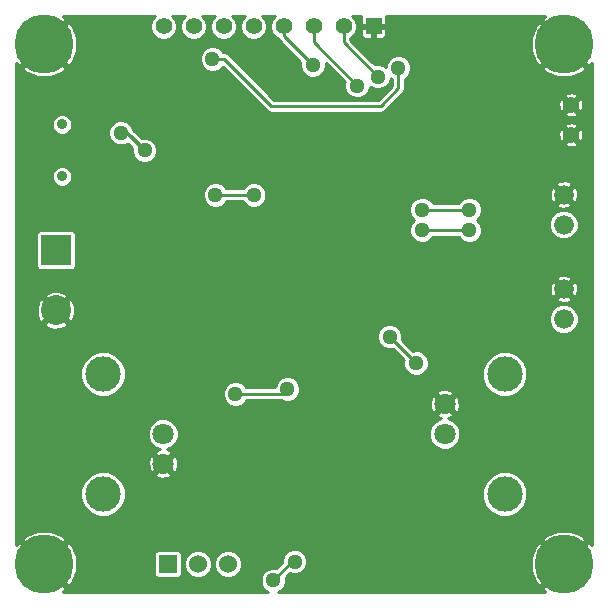
<source format=gbl>
G04 (created by PCBNEW-RS274X (2012-jan-04)-stable) date Thu 14 Jun 2012 11:36:26 AM EEST*
G01*
G70*
G90*
%MOIN*%
G04 Gerber Fmt 3.4, Leading zero omitted, Abs format*
%FSLAX34Y34*%
G04 APERTURE LIST*
%ADD10C,0.006000*%
%ADD11C,0.035400*%
%ADD12C,0.055000*%
%ADD13R,0.060000X0.060000*%
%ADD14C,0.060000*%
%ADD15R,0.100000X0.100000*%
%ADD16C,0.100000*%
%ADD17C,0.070900*%
%ADD18C,0.118100*%
%ADD19C,0.196900*%
%ADD20R,0.055000X0.055000*%
%ADD21C,0.066000*%
%ADD22C,0.051200*%
%ADD23C,0.009800*%
%ADD24C,0.011800*%
%ADD25C,0.010000*%
G04 APERTURE END LIST*
G54D10*
G54D11*
X41142Y-43228D03*
X41142Y-44960D03*
G54D12*
X58110Y-42571D03*
X58110Y-43571D03*
G54D13*
X44669Y-57874D03*
G54D14*
X45669Y-57874D03*
X46669Y-57874D03*
G54D15*
X40945Y-47425D03*
G54D16*
X40945Y-49425D03*
G54D17*
X44520Y-54543D03*
X44520Y-53543D03*
G54D18*
X42520Y-55543D03*
X42520Y-51543D03*
G54D17*
X53905Y-52543D03*
X53905Y-53543D03*
G54D18*
X55905Y-51543D03*
X55905Y-55543D03*
G54D19*
X40551Y-57874D03*
X57874Y-57874D03*
X57874Y-40551D03*
X40551Y-40551D03*
G54D20*
X51531Y-39961D03*
G54D12*
X50531Y-39961D03*
X49531Y-39961D03*
X48531Y-39961D03*
X47531Y-39961D03*
X46531Y-39961D03*
X45531Y-39961D03*
X44531Y-39961D03*
G54D21*
X57874Y-49713D03*
X57874Y-48713D03*
X57874Y-46563D03*
X57874Y-45563D03*
G54D22*
X48189Y-58425D03*
X46260Y-45571D03*
X52067Y-50295D03*
X51673Y-41634D03*
X47539Y-45571D03*
X52953Y-51181D03*
X48898Y-57795D03*
X46161Y-41043D03*
X52362Y-41339D03*
X53150Y-46752D03*
X54724Y-46752D03*
X54724Y-46063D03*
X53150Y-46063D03*
X49508Y-41240D03*
X50984Y-41929D03*
X43898Y-44094D03*
X43110Y-43504D03*
X46850Y-53543D03*
X51496Y-55984D03*
X52598Y-55905D03*
X50787Y-52559D03*
X43701Y-42126D03*
X50197Y-47244D03*
X56220Y-56772D03*
X48524Y-42027D03*
X49213Y-54134D03*
X46851Y-42717D03*
X47441Y-56201D03*
X48661Y-56614D03*
X52165Y-51772D03*
X52559Y-53346D03*
X52165Y-48130D03*
X53839Y-44094D03*
X43110Y-44685D03*
X49213Y-45571D03*
X52165Y-46358D03*
X45472Y-46260D03*
X53248Y-54626D03*
X53307Y-57810D03*
X54035Y-55413D03*
X51102Y-54803D03*
X54409Y-54252D03*
X46457Y-50886D03*
X44488Y-45276D03*
X47638Y-43898D03*
X48661Y-52047D03*
X46929Y-52205D03*
G54D23*
X48189Y-58425D02*
X48819Y-57795D01*
X48819Y-57795D02*
X48898Y-57795D01*
X52067Y-50295D02*
X52953Y-51181D01*
X51673Y-41634D02*
X50531Y-40492D01*
X50531Y-40492D02*
X50531Y-39961D01*
X47539Y-45571D02*
X46260Y-45571D01*
X52362Y-42027D02*
X51771Y-42618D01*
X48130Y-42618D02*
X46555Y-41043D01*
X51771Y-42618D02*
X48130Y-42618D01*
X52362Y-41339D02*
X52362Y-42027D01*
X46555Y-41043D02*
X46161Y-41043D01*
X53150Y-46752D02*
X54724Y-46752D01*
X54724Y-46063D02*
X53150Y-46063D01*
X49508Y-41240D02*
X48531Y-40263D01*
X48531Y-40263D02*
X48531Y-39961D01*
X49531Y-40476D02*
X49531Y-39961D01*
X50984Y-41929D02*
X49531Y-40476D01*
G54D24*
X43308Y-43504D02*
X43110Y-43504D01*
X43898Y-44094D02*
X43308Y-43504D01*
G54D23*
X47441Y-56201D02*
X48248Y-56201D01*
X46850Y-55610D02*
X47441Y-56201D01*
X52598Y-55905D02*
X53543Y-55905D01*
X48248Y-56201D02*
X48661Y-56614D01*
X51279Y-54626D02*
X51102Y-54803D01*
X53248Y-54626D02*
X51279Y-54626D01*
X53543Y-55905D02*
X54035Y-55413D01*
X51496Y-55984D02*
X51575Y-55905D01*
X46850Y-53543D02*
X46850Y-55610D01*
X51575Y-55905D02*
X52598Y-55905D01*
X53307Y-57810D02*
X53307Y-57795D01*
X53248Y-54626D02*
X54035Y-55413D01*
X48661Y-52047D02*
X48503Y-52205D01*
X48503Y-52205D02*
X46929Y-52205D01*
G54D10*
G36*
X58812Y-57243D02*
X58681Y-57135D01*
X58613Y-57203D01*
X58613Y-57067D01*
X58613Y-41358D01*
X57874Y-40619D01*
X57806Y-40687D01*
X57806Y-40551D01*
X57067Y-39812D01*
X56931Y-39925D01*
X56764Y-40333D01*
X56765Y-40774D01*
X56931Y-41177D01*
X57067Y-41290D01*
X57806Y-40551D01*
X57806Y-40687D01*
X57135Y-41358D01*
X57248Y-41494D01*
X57656Y-41661D01*
X58097Y-41660D01*
X58500Y-41494D01*
X58613Y-41358D01*
X58613Y-57067D01*
X58529Y-56965D01*
X58529Y-43623D01*
X58529Y-42623D01*
X58517Y-42458D01*
X58478Y-42363D01*
X58415Y-42334D01*
X58347Y-42402D01*
X58347Y-42266D01*
X58318Y-42203D01*
X58162Y-42152D01*
X57997Y-42164D01*
X57902Y-42203D01*
X57873Y-42266D01*
X58110Y-42503D01*
X58347Y-42266D01*
X58347Y-42402D01*
X58178Y-42571D01*
X58415Y-42808D01*
X58478Y-42779D01*
X58529Y-42623D01*
X58529Y-43623D01*
X58517Y-43458D01*
X58478Y-43363D01*
X58415Y-43334D01*
X58347Y-43402D01*
X58347Y-43266D01*
X58347Y-42876D01*
X58110Y-42639D01*
X58042Y-42707D01*
X58042Y-42571D01*
X57805Y-42334D01*
X57742Y-42363D01*
X57691Y-42519D01*
X57703Y-42684D01*
X57742Y-42779D01*
X57805Y-42808D01*
X58042Y-42571D01*
X58042Y-42707D01*
X57873Y-42876D01*
X57902Y-42939D01*
X58058Y-42990D01*
X58223Y-42978D01*
X58318Y-42939D01*
X58347Y-42876D01*
X58347Y-43266D01*
X58318Y-43203D01*
X58162Y-43152D01*
X57997Y-43164D01*
X57902Y-43203D01*
X57873Y-43266D01*
X58110Y-43503D01*
X58347Y-43266D01*
X58347Y-43402D01*
X58178Y-43571D01*
X58415Y-43808D01*
X58478Y-43779D01*
X58529Y-43623D01*
X58529Y-56965D01*
X58500Y-56931D01*
X58371Y-56878D01*
X58371Y-49813D01*
X58371Y-49615D01*
X58371Y-46663D01*
X58371Y-46465D01*
X58348Y-46408D01*
X58348Y-45627D01*
X58347Y-45611D01*
X58347Y-43876D01*
X58110Y-43639D01*
X58042Y-43707D01*
X58042Y-43571D01*
X57805Y-43334D01*
X57742Y-43363D01*
X57691Y-43519D01*
X57703Y-43684D01*
X57742Y-43779D01*
X57805Y-43808D01*
X58042Y-43571D01*
X58042Y-43707D01*
X57873Y-43876D01*
X57902Y-43939D01*
X58058Y-43990D01*
X58223Y-43978D01*
X58318Y-43939D01*
X58347Y-43876D01*
X58347Y-45611D01*
X58336Y-45441D01*
X58287Y-45323D01*
X58218Y-45287D01*
X58150Y-45355D01*
X58150Y-45219D01*
X58114Y-45150D01*
X57938Y-45089D01*
X57752Y-45101D01*
X57634Y-45150D01*
X57598Y-45219D01*
X57874Y-45495D01*
X58150Y-45219D01*
X58150Y-45355D01*
X57942Y-45563D01*
X58218Y-45839D01*
X58287Y-45803D01*
X58348Y-45627D01*
X58348Y-46408D01*
X58296Y-46282D01*
X58156Y-46142D01*
X58150Y-46139D01*
X58150Y-45907D01*
X57874Y-45631D01*
X57806Y-45699D01*
X57806Y-45563D01*
X57530Y-45287D01*
X57461Y-45323D01*
X57400Y-45499D01*
X57412Y-45685D01*
X57461Y-45803D01*
X57530Y-45839D01*
X57806Y-45563D01*
X57806Y-45699D01*
X57598Y-45907D01*
X57634Y-45976D01*
X57810Y-46037D01*
X57996Y-46025D01*
X58114Y-45976D01*
X58150Y-45907D01*
X58150Y-46139D01*
X57974Y-46066D01*
X57776Y-46066D01*
X57593Y-46141D01*
X57453Y-46281D01*
X57377Y-46463D01*
X57377Y-46661D01*
X57452Y-46844D01*
X57592Y-46984D01*
X57774Y-47060D01*
X57972Y-47060D01*
X58155Y-46985D01*
X58295Y-46845D01*
X58371Y-46663D01*
X58371Y-49615D01*
X58348Y-49558D01*
X58348Y-48777D01*
X58336Y-48591D01*
X58287Y-48473D01*
X58218Y-48437D01*
X58150Y-48505D01*
X58150Y-48369D01*
X58114Y-48300D01*
X57938Y-48239D01*
X57752Y-48251D01*
X57634Y-48300D01*
X57598Y-48369D01*
X57874Y-48645D01*
X58150Y-48369D01*
X58150Y-48505D01*
X57942Y-48713D01*
X58218Y-48989D01*
X58287Y-48953D01*
X58348Y-48777D01*
X58348Y-49558D01*
X58296Y-49432D01*
X58156Y-49292D01*
X58150Y-49289D01*
X58150Y-49057D01*
X57874Y-48781D01*
X57806Y-48849D01*
X57806Y-48713D01*
X57530Y-48437D01*
X57461Y-48473D01*
X57400Y-48649D01*
X57412Y-48835D01*
X57461Y-48953D01*
X57530Y-48989D01*
X57806Y-48713D01*
X57806Y-48849D01*
X57598Y-49057D01*
X57634Y-49126D01*
X57810Y-49187D01*
X57996Y-49175D01*
X58114Y-49126D01*
X58150Y-49057D01*
X58150Y-49289D01*
X57974Y-49216D01*
X57776Y-49216D01*
X57593Y-49291D01*
X57453Y-49431D01*
X57377Y-49613D01*
X57377Y-49811D01*
X57452Y-49994D01*
X57592Y-50134D01*
X57774Y-50210D01*
X57972Y-50210D01*
X58155Y-50135D01*
X58295Y-49995D01*
X58371Y-49813D01*
X58371Y-56878D01*
X58092Y-56764D01*
X57651Y-56765D01*
X57248Y-56931D01*
X57135Y-57067D01*
X57874Y-57806D01*
X58613Y-57067D01*
X58613Y-57203D01*
X57977Y-57839D01*
X57942Y-57874D01*
X57874Y-57942D01*
X57839Y-57977D01*
X57806Y-58010D01*
X57806Y-57874D01*
X57067Y-57135D01*
X56931Y-57248D01*
X56764Y-57656D01*
X56765Y-58097D01*
X56931Y-58500D01*
X57067Y-58613D01*
X57806Y-57874D01*
X57806Y-58010D01*
X57135Y-58681D01*
X57243Y-58812D01*
X56662Y-58812D01*
X56662Y-55694D01*
X56662Y-55393D01*
X56662Y-51694D01*
X56662Y-51393D01*
X56547Y-51115D01*
X56334Y-50902D01*
X56056Y-50786D01*
X55755Y-50786D01*
X55477Y-50901D01*
X55264Y-51114D01*
X55148Y-51392D01*
X55148Y-46837D01*
X55148Y-46668D01*
X55084Y-46512D01*
X54978Y-46407D01*
X55083Y-46303D01*
X55148Y-46148D01*
X55148Y-45979D01*
X55084Y-45823D01*
X54964Y-45704D01*
X54809Y-45639D01*
X54640Y-45639D01*
X54484Y-45703D01*
X54365Y-45823D01*
X54355Y-45846D01*
X53519Y-45846D01*
X53510Y-45823D01*
X53390Y-45704D01*
X53235Y-45639D01*
X53066Y-45639D01*
X52910Y-45703D01*
X52791Y-45823D01*
X52726Y-45978D01*
X52726Y-46147D01*
X52790Y-46303D01*
X52895Y-46407D01*
X52791Y-46512D01*
X52726Y-46667D01*
X52726Y-46836D01*
X52790Y-46992D01*
X52910Y-47111D01*
X53065Y-47176D01*
X53234Y-47176D01*
X53390Y-47112D01*
X53509Y-46992D01*
X53518Y-46969D01*
X54354Y-46969D01*
X54364Y-46992D01*
X54484Y-47111D01*
X54639Y-47176D01*
X54808Y-47176D01*
X54964Y-47112D01*
X55083Y-46992D01*
X55148Y-46837D01*
X55148Y-51392D01*
X55148Y-51693D01*
X55263Y-51971D01*
X55476Y-52184D01*
X55754Y-52300D01*
X56055Y-52300D01*
X56333Y-52185D01*
X56546Y-51972D01*
X56662Y-51694D01*
X56662Y-55393D01*
X56547Y-55115D01*
X56334Y-54902D01*
X56056Y-54786D01*
X55755Y-54786D01*
X55477Y-54901D01*
X55264Y-55114D01*
X55148Y-55392D01*
X55148Y-55693D01*
X55263Y-55971D01*
X55476Y-56184D01*
X55754Y-56300D01*
X56055Y-56300D01*
X56333Y-56185D01*
X56546Y-55972D01*
X56662Y-55694D01*
X56662Y-58812D01*
X54427Y-58812D01*
X54427Y-53648D01*
X54427Y-53440D01*
X54401Y-53376D01*
X54401Y-52613D01*
X54389Y-52418D01*
X54336Y-52288D01*
X54266Y-52250D01*
X54198Y-52318D01*
X54198Y-52182D01*
X54160Y-52112D01*
X53975Y-52047D01*
X53780Y-52059D01*
X53650Y-52112D01*
X53612Y-52182D01*
X53905Y-52475D01*
X54198Y-52182D01*
X54198Y-52318D01*
X53973Y-52543D01*
X54266Y-52836D01*
X54336Y-52798D01*
X54401Y-52613D01*
X54401Y-53376D01*
X54348Y-53248D01*
X54201Y-53101D01*
X54025Y-53027D01*
X54030Y-53027D01*
X54160Y-52974D01*
X54198Y-52904D01*
X53905Y-52611D01*
X53837Y-52679D01*
X53837Y-52543D01*
X53544Y-52250D01*
X53474Y-52288D01*
X53409Y-52473D01*
X53421Y-52668D01*
X53474Y-52798D01*
X53544Y-52836D01*
X53837Y-52543D01*
X53837Y-52679D01*
X53612Y-52904D01*
X53650Y-52974D01*
X53793Y-53024D01*
X53610Y-53100D01*
X53463Y-53247D01*
X53383Y-53438D01*
X53383Y-53646D01*
X53462Y-53838D01*
X53609Y-53985D01*
X53800Y-54065D01*
X54008Y-54065D01*
X54200Y-53986D01*
X54347Y-53839D01*
X54427Y-53648D01*
X54427Y-58812D01*
X53377Y-58812D01*
X53377Y-51266D01*
X53377Y-51097D01*
X53313Y-50941D01*
X53193Y-50822D01*
X53038Y-50757D01*
X52869Y-50757D01*
X52845Y-50766D01*
X52481Y-50403D01*
X52491Y-50380D01*
X52491Y-50211D01*
X52427Y-50055D01*
X52307Y-49936D01*
X52152Y-49871D01*
X51983Y-49871D01*
X51827Y-49935D01*
X51708Y-50055D01*
X51643Y-50210D01*
X51643Y-50379D01*
X51707Y-50535D01*
X51827Y-50654D01*
X51982Y-50719D01*
X52151Y-50719D01*
X52174Y-50709D01*
X52538Y-51073D01*
X52529Y-51096D01*
X52529Y-51265D01*
X52593Y-51421D01*
X52713Y-51540D01*
X52868Y-51605D01*
X53037Y-51605D01*
X53193Y-51541D01*
X53312Y-51421D01*
X53377Y-51266D01*
X53377Y-58812D01*
X48363Y-58812D01*
X48429Y-58785D01*
X48548Y-58665D01*
X48613Y-58510D01*
X48613Y-58341D01*
X48603Y-58317D01*
X48734Y-58186D01*
X48813Y-58219D01*
X48982Y-58219D01*
X49138Y-58155D01*
X49257Y-58035D01*
X49322Y-57880D01*
X49322Y-57711D01*
X49258Y-57555D01*
X49138Y-57436D01*
X49085Y-57413D01*
X49085Y-52132D01*
X49085Y-51963D01*
X49021Y-51807D01*
X48901Y-51688D01*
X48746Y-51623D01*
X48577Y-51623D01*
X48421Y-51687D01*
X48302Y-51807D01*
X48237Y-51962D01*
X48237Y-51988D01*
X47963Y-51988D01*
X47963Y-45656D01*
X47963Y-45487D01*
X47899Y-45331D01*
X47779Y-45212D01*
X47624Y-45147D01*
X47455Y-45147D01*
X47299Y-45211D01*
X47180Y-45331D01*
X47170Y-45354D01*
X46629Y-45354D01*
X46620Y-45331D01*
X46500Y-45212D01*
X46345Y-45147D01*
X46176Y-45147D01*
X46020Y-45211D01*
X45901Y-45331D01*
X45836Y-45486D01*
X45836Y-45655D01*
X45900Y-45811D01*
X46020Y-45930D01*
X46175Y-45995D01*
X46344Y-45995D01*
X46500Y-45931D01*
X46619Y-45811D01*
X46628Y-45788D01*
X47169Y-45788D01*
X47179Y-45811D01*
X47299Y-45930D01*
X47454Y-45995D01*
X47623Y-45995D01*
X47779Y-45931D01*
X47898Y-45811D01*
X47963Y-45656D01*
X47963Y-51988D01*
X47298Y-51988D01*
X47289Y-51965D01*
X47169Y-51846D01*
X47014Y-51781D01*
X46845Y-51781D01*
X46689Y-51845D01*
X46570Y-51965D01*
X46505Y-52120D01*
X46505Y-52289D01*
X46569Y-52445D01*
X46689Y-52564D01*
X46844Y-52629D01*
X47013Y-52629D01*
X47169Y-52565D01*
X47288Y-52445D01*
X47297Y-52422D01*
X48459Y-52422D01*
X48576Y-52471D01*
X48745Y-52471D01*
X48901Y-52407D01*
X49020Y-52287D01*
X49085Y-52132D01*
X49085Y-57413D01*
X48983Y-57371D01*
X48814Y-57371D01*
X48658Y-57435D01*
X48539Y-57555D01*
X48474Y-57710D01*
X48474Y-57833D01*
X48296Y-58010D01*
X48274Y-58001D01*
X48105Y-58001D01*
X47949Y-58065D01*
X47830Y-58185D01*
X47765Y-58340D01*
X47765Y-58509D01*
X47829Y-58665D01*
X47949Y-58784D01*
X48015Y-58812D01*
X47137Y-58812D01*
X47137Y-57967D01*
X47137Y-57781D01*
X47066Y-57609D01*
X46934Y-57477D01*
X46762Y-57406D01*
X46576Y-57406D01*
X46404Y-57477D01*
X46272Y-57609D01*
X46201Y-57781D01*
X46201Y-57967D01*
X46272Y-58139D01*
X46404Y-58271D01*
X46576Y-58342D01*
X46762Y-58342D01*
X46934Y-58271D01*
X47066Y-58139D01*
X47137Y-57967D01*
X47137Y-58812D01*
X46137Y-58812D01*
X46137Y-57967D01*
X46137Y-57781D01*
X46066Y-57609D01*
X45934Y-57477D01*
X45762Y-57406D01*
X45576Y-57406D01*
X45404Y-57477D01*
X45272Y-57609D01*
X45201Y-57781D01*
X45201Y-57967D01*
X45272Y-58139D01*
X45404Y-58271D01*
X45576Y-58342D01*
X45762Y-58342D01*
X45934Y-58271D01*
X46066Y-58139D01*
X46137Y-57967D01*
X46137Y-58812D01*
X45137Y-58812D01*
X45137Y-58208D01*
X45137Y-58141D01*
X45137Y-57541D01*
X45112Y-57479D01*
X45064Y-57432D01*
X45042Y-57422D01*
X45042Y-53648D01*
X45042Y-53440D01*
X44963Y-53248D01*
X44816Y-53101D01*
X44625Y-53021D01*
X44417Y-53021D01*
X44322Y-53060D01*
X44322Y-44179D01*
X44322Y-44010D01*
X44258Y-43854D01*
X44138Y-43735D01*
X43983Y-43670D01*
X43814Y-43670D01*
X43800Y-43675D01*
X43525Y-43399D01*
X43470Y-43264D01*
X43350Y-43145D01*
X43195Y-43080D01*
X43026Y-43080D01*
X42870Y-43144D01*
X42751Y-43264D01*
X42686Y-43419D01*
X42686Y-43588D01*
X42750Y-43744D01*
X42870Y-43863D01*
X43025Y-43928D01*
X43194Y-43928D01*
X43347Y-43865D01*
X43479Y-43996D01*
X43474Y-44009D01*
X43474Y-44178D01*
X43538Y-44334D01*
X43658Y-44453D01*
X43813Y-44518D01*
X43982Y-44518D01*
X44138Y-44454D01*
X44257Y-44334D01*
X44322Y-44179D01*
X44322Y-53060D01*
X44225Y-53100D01*
X44078Y-53247D01*
X43998Y-53438D01*
X43998Y-53646D01*
X44077Y-53838D01*
X44224Y-53985D01*
X44399Y-54058D01*
X44395Y-54059D01*
X44265Y-54112D01*
X44227Y-54182D01*
X44520Y-54475D01*
X44813Y-54182D01*
X44775Y-54112D01*
X44631Y-54061D01*
X44815Y-53986D01*
X44962Y-53839D01*
X45042Y-53648D01*
X45042Y-57422D01*
X45016Y-57411D01*
X45016Y-54613D01*
X45004Y-54418D01*
X44951Y-54288D01*
X44881Y-54250D01*
X44588Y-54543D01*
X44881Y-54836D01*
X44951Y-54798D01*
X45016Y-54613D01*
X45016Y-57411D01*
X45003Y-57406D01*
X44936Y-57406D01*
X44813Y-57406D01*
X44813Y-54904D01*
X44520Y-54611D01*
X44452Y-54679D01*
X44452Y-54543D01*
X44159Y-54250D01*
X44089Y-54288D01*
X44024Y-54473D01*
X44036Y-54668D01*
X44089Y-54798D01*
X44159Y-54836D01*
X44452Y-54543D01*
X44452Y-54679D01*
X44227Y-54904D01*
X44265Y-54974D01*
X44450Y-55039D01*
X44645Y-55027D01*
X44775Y-54974D01*
X44813Y-54904D01*
X44813Y-57406D01*
X44336Y-57406D01*
X44274Y-57431D01*
X44227Y-57479D01*
X44201Y-57540D01*
X44201Y-57607D01*
X44201Y-58207D01*
X44226Y-58269D01*
X44274Y-58316D01*
X44335Y-58342D01*
X44402Y-58342D01*
X45002Y-58342D01*
X45064Y-58317D01*
X45111Y-58269D01*
X45137Y-58208D01*
X45137Y-58812D01*
X43277Y-58812D01*
X43277Y-55694D01*
X43277Y-55393D01*
X43277Y-51694D01*
X43277Y-51393D01*
X43162Y-51115D01*
X42949Y-50902D01*
X42671Y-50786D01*
X42370Y-50786D01*
X42092Y-50901D01*
X41879Y-51114D01*
X41763Y-51392D01*
X41763Y-51693D01*
X41878Y-51971D01*
X42091Y-52184D01*
X42369Y-52300D01*
X42670Y-52300D01*
X42948Y-52185D01*
X43161Y-51972D01*
X43277Y-51694D01*
X43277Y-55393D01*
X43162Y-55115D01*
X42949Y-54902D01*
X42671Y-54786D01*
X42370Y-54786D01*
X42092Y-54901D01*
X41879Y-55114D01*
X41763Y-55392D01*
X41763Y-55693D01*
X41878Y-55971D01*
X42091Y-56184D01*
X42369Y-56300D01*
X42670Y-56300D01*
X42948Y-56185D01*
X43161Y-55972D01*
X43277Y-55694D01*
X43277Y-58812D01*
X41661Y-58812D01*
X41661Y-58092D01*
X41661Y-40769D01*
X41660Y-40328D01*
X41494Y-39925D01*
X41358Y-39812D01*
X40619Y-40551D01*
X41358Y-41290D01*
X41494Y-41177D01*
X41661Y-40769D01*
X41661Y-58092D01*
X41660Y-57651D01*
X41613Y-57536D01*
X41613Y-47959D01*
X41613Y-47892D01*
X41613Y-46892D01*
X41588Y-46830D01*
X41540Y-46783D01*
X41486Y-46759D01*
X41486Y-45029D01*
X41486Y-44892D01*
X41486Y-43297D01*
X41486Y-43160D01*
X41434Y-43034D01*
X41337Y-42937D01*
X41290Y-42917D01*
X41290Y-41358D01*
X40551Y-40619D01*
X39812Y-41358D01*
X39925Y-41494D01*
X40333Y-41661D01*
X40774Y-41660D01*
X41177Y-41494D01*
X41290Y-41358D01*
X41290Y-42917D01*
X41211Y-42884D01*
X41074Y-42884D01*
X40948Y-42936D01*
X40851Y-43033D01*
X40798Y-43159D01*
X40798Y-43296D01*
X40850Y-43422D01*
X40947Y-43519D01*
X41073Y-43572D01*
X41210Y-43572D01*
X41336Y-43520D01*
X41433Y-43423D01*
X41486Y-43297D01*
X41486Y-44892D01*
X41434Y-44766D01*
X41337Y-44669D01*
X41211Y-44616D01*
X41074Y-44616D01*
X40948Y-44668D01*
X40851Y-44765D01*
X40798Y-44891D01*
X40798Y-45028D01*
X40850Y-45154D01*
X40947Y-45251D01*
X41073Y-45304D01*
X41210Y-45304D01*
X41336Y-45252D01*
X41433Y-45155D01*
X41486Y-45029D01*
X41486Y-46759D01*
X41479Y-46757D01*
X41412Y-46757D01*
X40412Y-46757D01*
X40350Y-46782D01*
X40303Y-46830D01*
X40277Y-46891D01*
X40277Y-46958D01*
X40277Y-47958D01*
X40302Y-48020D01*
X40350Y-48067D01*
X40411Y-48093D01*
X40478Y-48093D01*
X41478Y-48093D01*
X41540Y-48068D01*
X41587Y-48020D01*
X41613Y-47959D01*
X41613Y-57536D01*
X41584Y-57466D01*
X41584Y-49530D01*
X41576Y-49277D01*
X41496Y-49083D01*
X41410Y-49028D01*
X41342Y-49096D01*
X41342Y-48960D01*
X41287Y-48874D01*
X41050Y-48786D01*
X40797Y-48794D01*
X40603Y-48874D01*
X40548Y-48960D01*
X40945Y-49357D01*
X41342Y-48960D01*
X41342Y-49096D01*
X41013Y-49425D01*
X41410Y-49822D01*
X41496Y-49767D01*
X41584Y-49530D01*
X41584Y-57466D01*
X41494Y-57248D01*
X41358Y-57135D01*
X41342Y-57151D01*
X41342Y-49890D01*
X40945Y-49493D01*
X40877Y-49561D01*
X40877Y-49425D01*
X40480Y-49028D01*
X40394Y-49083D01*
X40306Y-49320D01*
X40314Y-49573D01*
X40394Y-49767D01*
X40480Y-49822D01*
X40877Y-49425D01*
X40877Y-49561D01*
X40548Y-49890D01*
X40603Y-49976D01*
X40840Y-50064D01*
X41093Y-50056D01*
X41287Y-49976D01*
X41342Y-49890D01*
X41342Y-57151D01*
X41290Y-57203D01*
X41290Y-57067D01*
X41177Y-56931D01*
X40769Y-56764D01*
X40328Y-56765D01*
X39925Y-56931D01*
X39812Y-57067D01*
X40551Y-57806D01*
X41290Y-57067D01*
X41290Y-57203D01*
X40619Y-57874D01*
X41358Y-58613D01*
X41494Y-58500D01*
X41661Y-58092D01*
X41661Y-58812D01*
X41181Y-58812D01*
X41290Y-58681D01*
X40586Y-57977D01*
X40551Y-57942D01*
X40483Y-57874D01*
X40448Y-57839D01*
X39744Y-57135D01*
X39613Y-57243D01*
X39613Y-41181D01*
X39744Y-41290D01*
X40448Y-40586D01*
X40483Y-40551D01*
X40551Y-40483D01*
X40586Y-40448D01*
X41290Y-39744D01*
X41181Y-39613D01*
X44254Y-39613D01*
X44156Y-39711D01*
X44089Y-39873D01*
X44089Y-40049D01*
X44156Y-40211D01*
X44281Y-40336D01*
X44443Y-40403D01*
X44619Y-40403D01*
X44781Y-40336D01*
X44906Y-40211D01*
X44973Y-40049D01*
X44973Y-39873D01*
X44906Y-39711D01*
X44808Y-39613D01*
X45254Y-39613D01*
X45156Y-39711D01*
X45089Y-39873D01*
X45089Y-40049D01*
X45156Y-40211D01*
X45281Y-40336D01*
X45443Y-40403D01*
X45619Y-40403D01*
X45781Y-40336D01*
X45906Y-40211D01*
X45973Y-40049D01*
X45973Y-39873D01*
X45906Y-39711D01*
X45808Y-39613D01*
X46254Y-39613D01*
X46156Y-39711D01*
X46089Y-39873D01*
X46089Y-40049D01*
X46156Y-40211D01*
X46281Y-40336D01*
X46443Y-40403D01*
X46619Y-40403D01*
X46781Y-40336D01*
X46906Y-40211D01*
X46973Y-40049D01*
X46973Y-39873D01*
X46906Y-39711D01*
X46808Y-39613D01*
X47254Y-39613D01*
X47156Y-39711D01*
X47089Y-39873D01*
X47089Y-40049D01*
X47156Y-40211D01*
X47281Y-40336D01*
X47443Y-40403D01*
X47619Y-40403D01*
X47781Y-40336D01*
X47906Y-40211D01*
X47973Y-40049D01*
X47973Y-39873D01*
X47906Y-39711D01*
X47808Y-39613D01*
X48254Y-39613D01*
X48156Y-39711D01*
X48089Y-39873D01*
X48089Y-40049D01*
X48156Y-40211D01*
X48281Y-40336D01*
X48340Y-40360D01*
X48378Y-40416D01*
X49093Y-41132D01*
X49084Y-41155D01*
X49084Y-41324D01*
X49148Y-41480D01*
X49268Y-41599D01*
X49423Y-41664D01*
X49592Y-41664D01*
X49748Y-41600D01*
X49867Y-41480D01*
X49932Y-41325D01*
X49932Y-41183D01*
X50569Y-41821D01*
X50560Y-41844D01*
X50560Y-42013D01*
X50624Y-42169D01*
X50744Y-42288D01*
X50899Y-42353D01*
X51068Y-42353D01*
X51224Y-42289D01*
X51343Y-42169D01*
X51408Y-42014D01*
X51408Y-41968D01*
X51433Y-41993D01*
X51588Y-42058D01*
X51757Y-42058D01*
X51913Y-41994D01*
X52032Y-41874D01*
X52097Y-41719D01*
X52097Y-41673D01*
X52122Y-41698D01*
X52145Y-41707D01*
X52145Y-41937D01*
X51681Y-42401D01*
X48219Y-42401D01*
X46708Y-40890D01*
X46638Y-40843D01*
X46555Y-40826D01*
X46530Y-40826D01*
X46521Y-40803D01*
X46401Y-40684D01*
X46246Y-40619D01*
X46077Y-40619D01*
X45921Y-40683D01*
X45802Y-40803D01*
X45737Y-40958D01*
X45737Y-41127D01*
X45801Y-41283D01*
X45921Y-41402D01*
X46076Y-41467D01*
X46245Y-41467D01*
X46401Y-41403D01*
X46504Y-41298D01*
X47976Y-42771D01*
X47977Y-42771D01*
X48047Y-42818D01*
X48130Y-42835D01*
X51771Y-42835D01*
X51771Y-42834D01*
X51854Y-42818D01*
X51924Y-42771D01*
X52515Y-42181D01*
X52515Y-42180D01*
X52562Y-42110D01*
X52578Y-42028D01*
X52579Y-42027D01*
X52579Y-41708D01*
X52602Y-41699D01*
X52721Y-41579D01*
X52786Y-41424D01*
X52786Y-41255D01*
X52722Y-41099D01*
X52602Y-40980D01*
X52447Y-40915D01*
X52278Y-40915D01*
X52122Y-40979D01*
X52003Y-41099D01*
X51954Y-41215D01*
X51954Y-40046D01*
X51917Y-40009D01*
X51579Y-40009D01*
X51579Y-40347D01*
X51616Y-40384D01*
X51835Y-40383D01*
X51889Y-40361D01*
X51930Y-40319D01*
X51953Y-40265D01*
X51953Y-40207D01*
X51954Y-40046D01*
X51954Y-41215D01*
X51938Y-41254D01*
X51938Y-41299D01*
X51913Y-41275D01*
X51758Y-41210D01*
X51589Y-41210D01*
X51564Y-41219D01*
X51483Y-41138D01*
X51483Y-40347D01*
X51483Y-40009D01*
X51145Y-40009D01*
X51108Y-40046D01*
X51109Y-40207D01*
X51109Y-40265D01*
X51132Y-40319D01*
X51173Y-40361D01*
X51227Y-40383D01*
X51446Y-40384D01*
X51483Y-40347D01*
X51483Y-41138D01*
X50748Y-40403D01*
X50748Y-40349D01*
X50781Y-40336D01*
X50906Y-40211D01*
X50973Y-40049D01*
X50973Y-39873D01*
X50906Y-39711D01*
X50808Y-39613D01*
X51127Y-39613D01*
X51109Y-39657D01*
X51109Y-39715D01*
X51108Y-39876D01*
X51145Y-39913D01*
X51433Y-39913D01*
X51483Y-39913D01*
X51579Y-39913D01*
X51629Y-39913D01*
X51917Y-39913D01*
X51954Y-39876D01*
X51953Y-39715D01*
X51953Y-39657D01*
X51934Y-39613D01*
X57243Y-39613D01*
X57135Y-39744D01*
X57839Y-40448D01*
X57874Y-40483D01*
X57942Y-40551D01*
X57977Y-40586D01*
X58681Y-41290D01*
X58812Y-41181D01*
X58812Y-57243D01*
X58812Y-57243D01*
G37*
G54D25*
X58812Y-57243D02*
X58681Y-57135D01*
X58613Y-57203D01*
X58613Y-57067D01*
X58613Y-41358D01*
X57874Y-40619D01*
X57806Y-40687D01*
X57806Y-40551D01*
X57067Y-39812D01*
X56931Y-39925D01*
X56764Y-40333D01*
X56765Y-40774D01*
X56931Y-41177D01*
X57067Y-41290D01*
X57806Y-40551D01*
X57806Y-40687D01*
X57135Y-41358D01*
X57248Y-41494D01*
X57656Y-41661D01*
X58097Y-41660D01*
X58500Y-41494D01*
X58613Y-41358D01*
X58613Y-57067D01*
X58529Y-56965D01*
X58529Y-43623D01*
X58529Y-42623D01*
X58517Y-42458D01*
X58478Y-42363D01*
X58415Y-42334D01*
X58347Y-42402D01*
X58347Y-42266D01*
X58318Y-42203D01*
X58162Y-42152D01*
X57997Y-42164D01*
X57902Y-42203D01*
X57873Y-42266D01*
X58110Y-42503D01*
X58347Y-42266D01*
X58347Y-42402D01*
X58178Y-42571D01*
X58415Y-42808D01*
X58478Y-42779D01*
X58529Y-42623D01*
X58529Y-43623D01*
X58517Y-43458D01*
X58478Y-43363D01*
X58415Y-43334D01*
X58347Y-43402D01*
X58347Y-43266D01*
X58347Y-42876D01*
X58110Y-42639D01*
X58042Y-42707D01*
X58042Y-42571D01*
X57805Y-42334D01*
X57742Y-42363D01*
X57691Y-42519D01*
X57703Y-42684D01*
X57742Y-42779D01*
X57805Y-42808D01*
X58042Y-42571D01*
X58042Y-42707D01*
X57873Y-42876D01*
X57902Y-42939D01*
X58058Y-42990D01*
X58223Y-42978D01*
X58318Y-42939D01*
X58347Y-42876D01*
X58347Y-43266D01*
X58318Y-43203D01*
X58162Y-43152D01*
X57997Y-43164D01*
X57902Y-43203D01*
X57873Y-43266D01*
X58110Y-43503D01*
X58347Y-43266D01*
X58347Y-43402D01*
X58178Y-43571D01*
X58415Y-43808D01*
X58478Y-43779D01*
X58529Y-43623D01*
X58529Y-56965D01*
X58500Y-56931D01*
X58371Y-56878D01*
X58371Y-49813D01*
X58371Y-49615D01*
X58371Y-46663D01*
X58371Y-46465D01*
X58348Y-46408D01*
X58348Y-45627D01*
X58347Y-45611D01*
X58347Y-43876D01*
X58110Y-43639D01*
X58042Y-43707D01*
X58042Y-43571D01*
X57805Y-43334D01*
X57742Y-43363D01*
X57691Y-43519D01*
X57703Y-43684D01*
X57742Y-43779D01*
X57805Y-43808D01*
X58042Y-43571D01*
X58042Y-43707D01*
X57873Y-43876D01*
X57902Y-43939D01*
X58058Y-43990D01*
X58223Y-43978D01*
X58318Y-43939D01*
X58347Y-43876D01*
X58347Y-45611D01*
X58336Y-45441D01*
X58287Y-45323D01*
X58218Y-45287D01*
X58150Y-45355D01*
X58150Y-45219D01*
X58114Y-45150D01*
X57938Y-45089D01*
X57752Y-45101D01*
X57634Y-45150D01*
X57598Y-45219D01*
X57874Y-45495D01*
X58150Y-45219D01*
X58150Y-45355D01*
X57942Y-45563D01*
X58218Y-45839D01*
X58287Y-45803D01*
X58348Y-45627D01*
X58348Y-46408D01*
X58296Y-46282D01*
X58156Y-46142D01*
X58150Y-46139D01*
X58150Y-45907D01*
X57874Y-45631D01*
X57806Y-45699D01*
X57806Y-45563D01*
X57530Y-45287D01*
X57461Y-45323D01*
X57400Y-45499D01*
X57412Y-45685D01*
X57461Y-45803D01*
X57530Y-45839D01*
X57806Y-45563D01*
X57806Y-45699D01*
X57598Y-45907D01*
X57634Y-45976D01*
X57810Y-46037D01*
X57996Y-46025D01*
X58114Y-45976D01*
X58150Y-45907D01*
X58150Y-46139D01*
X57974Y-46066D01*
X57776Y-46066D01*
X57593Y-46141D01*
X57453Y-46281D01*
X57377Y-46463D01*
X57377Y-46661D01*
X57452Y-46844D01*
X57592Y-46984D01*
X57774Y-47060D01*
X57972Y-47060D01*
X58155Y-46985D01*
X58295Y-46845D01*
X58371Y-46663D01*
X58371Y-49615D01*
X58348Y-49558D01*
X58348Y-48777D01*
X58336Y-48591D01*
X58287Y-48473D01*
X58218Y-48437D01*
X58150Y-48505D01*
X58150Y-48369D01*
X58114Y-48300D01*
X57938Y-48239D01*
X57752Y-48251D01*
X57634Y-48300D01*
X57598Y-48369D01*
X57874Y-48645D01*
X58150Y-48369D01*
X58150Y-48505D01*
X57942Y-48713D01*
X58218Y-48989D01*
X58287Y-48953D01*
X58348Y-48777D01*
X58348Y-49558D01*
X58296Y-49432D01*
X58156Y-49292D01*
X58150Y-49289D01*
X58150Y-49057D01*
X57874Y-48781D01*
X57806Y-48849D01*
X57806Y-48713D01*
X57530Y-48437D01*
X57461Y-48473D01*
X57400Y-48649D01*
X57412Y-48835D01*
X57461Y-48953D01*
X57530Y-48989D01*
X57806Y-48713D01*
X57806Y-48849D01*
X57598Y-49057D01*
X57634Y-49126D01*
X57810Y-49187D01*
X57996Y-49175D01*
X58114Y-49126D01*
X58150Y-49057D01*
X58150Y-49289D01*
X57974Y-49216D01*
X57776Y-49216D01*
X57593Y-49291D01*
X57453Y-49431D01*
X57377Y-49613D01*
X57377Y-49811D01*
X57452Y-49994D01*
X57592Y-50134D01*
X57774Y-50210D01*
X57972Y-50210D01*
X58155Y-50135D01*
X58295Y-49995D01*
X58371Y-49813D01*
X58371Y-56878D01*
X58092Y-56764D01*
X57651Y-56765D01*
X57248Y-56931D01*
X57135Y-57067D01*
X57874Y-57806D01*
X58613Y-57067D01*
X58613Y-57203D01*
X57977Y-57839D01*
X57942Y-57874D01*
X57874Y-57942D01*
X57839Y-57977D01*
X57806Y-58010D01*
X57806Y-57874D01*
X57067Y-57135D01*
X56931Y-57248D01*
X56764Y-57656D01*
X56765Y-58097D01*
X56931Y-58500D01*
X57067Y-58613D01*
X57806Y-57874D01*
X57806Y-58010D01*
X57135Y-58681D01*
X57243Y-58812D01*
X56662Y-58812D01*
X56662Y-55694D01*
X56662Y-55393D01*
X56662Y-51694D01*
X56662Y-51393D01*
X56547Y-51115D01*
X56334Y-50902D01*
X56056Y-50786D01*
X55755Y-50786D01*
X55477Y-50901D01*
X55264Y-51114D01*
X55148Y-51392D01*
X55148Y-46837D01*
X55148Y-46668D01*
X55084Y-46512D01*
X54978Y-46407D01*
X55083Y-46303D01*
X55148Y-46148D01*
X55148Y-45979D01*
X55084Y-45823D01*
X54964Y-45704D01*
X54809Y-45639D01*
X54640Y-45639D01*
X54484Y-45703D01*
X54365Y-45823D01*
X54355Y-45846D01*
X53519Y-45846D01*
X53510Y-45823D01*
X53390Y-45704D01*
X53235Y-45639D01*
X53066Y-45639D01*
X52910Y-45703D01*
X52791Y-45823D01*
X52726Y-45978D01*
X52726Y-46147D01*
X52790Y-46303D01*
X52895Y-46407D01*
X52791Y-46512D01*
X52726Y-46667D01*
X52726Y-46836D01*
X52790Y-46992D01*
X52910Y-47111D01*
X53065Y-47176D01*
X53234Y-47176D01*
X53390Y-47112D01*
X53509Y-46992D01*
X53518Y-46969D01*
X54354Y-46969D01*
X54364Y-46992D01*
X54484Y-47111D01*
X54639Y-47176D01*
X54808Y-47176D01*
X54964Y-47112D01*
X55083Y-46992D01*
X55148Y-46837D01*
X55148Y-51392D01*
X55148Y-51693D01*
X55263Y-51971D01*
X55476Y-52184D01*
X55754Y-52300D01*
X56055Y-52300D01*
X56333Y-52185D01*
X56546Y-51972D01*
X56662Y-51694D01*
X56662Y-55393D01*
X56547Y-55115D01*
X56334Y-54902D01*
X56056Y-54786D01*
X55755Y-54786D01*
X55477Y-54901D01*
X55264Y-55114D01*
X55148Y-55392D01*
X55148Y-55693D01*
X55263Y-55971D01*
X55476Y-56184D01*
X55754Y-56300D01*
X56055Y-56300D01*
X56333Y-56185D01*
X56546Y-55972D01*
X56662Y-55694D01*
X56662Y-58812D01*
X54427Y-58812D01*
X54427Y-53648D01*
X54427Y-53440D01*
X54401Y-53376D01*
X54401Y-52613D01*
X54389Y-52418D01*
X54336Y-52288D01*
X54266Y-52250D01*
X54198Y-52318D01*
X54198Y-52182D01*
X54160Y-52112D01*
X53975Y-52047D01*
X53780Y-52059D01*
X53650Y-52112D01*
X53612Y-52182D01*
X53905Y-52475D01*
X54198Y-52182D01*
X54198Y-52318D01*
X53973Y-52543D01*
X54266Y-52836D01*
X54336Y-52798D01*
X54401Y-52613D01*
X54401Y-53376D01*
X54348Y-53248D01*
X54201Y-53101D01*
X54025Y-53027D01*
X54030Y-53027D01*
X54160Y-52974D01*
X54198Y-52904D01*
X53905Y-52611D01*
X53837Y-52679D01*
X53837Y-52543D01*
X53544Y-52250D01*
X53474Y-52288D01*
X53409Y-52473D01*
X53421Y-52668D01*
X53474Y-52798D01*
X53544Y-52836D01*
X53837Y-52543D01*
X53837Y-52679D01*
X53612Y-52904D01*
X53650Y-52974D01*
X53793Y-53024D01*
X53610Y-53100D01*
X53463Y-53247D01*
X53383Y-53438D01*
X53383Y-53646D01*
X53462Y-53838D01*
X53609Y-53985D01*
X53800Y-54065D01*
X54008Y-54065D01*
X54200Y-53986D01*
X54347Y-53839D01*
X54427Y-53648D01*
X54427Y-58812D01*
X53377Y-58812D01*
X53377Y-51266D01*
X53377Y-51097D01*
X53313Y-50941D01*
X53193Y-50822D01*
X53038Y-50757D01*
X52869Y-50757D01*
X52845Y-50766D01*
X52481Y-50403D01*
X52491Y-50380D01*
X52491Y-50211D01*
X52427Y-50055D01*
X52307Y-49936D01*
X52152Y-49871D01*
X51983Y-49871D01*
X51827Y-49935D01*
X51708Y-50055D01*
X51643Y-50210D01*
X51643Y-50379D01*
X51707Y-50535D01*
X51827Y-50654D01*
X51982Y-50719D01*
X52151Y-50719D01*
X52174Y-50709D01*
X52538Y-51073D01*
X52529Y-51096D01*
X52529Y-51265D01*
X52593Y-51421D01*
X52713Y-51540D01*
X52868Y-51605D01*
X53037Y-51605D01*
X53193Y-51541D01*
X53312Y-51421D01*
X53377Y-51266D01*
X53377Y-58812D01*
X48363Y-58812D01*
X48429Y-58785D01*
X48548Y-58665D01*
X48613Y-58510D01*
X48613Y-58341D01*
X48603Y-58317D01*
X48734Y-58186D01*
X48813Y-58219D01*
X48982Y-58219D01*
X49138Y-58155D01*
X49257Y-58035D01*
X49322Y-57880D01*
X49322Y-57711D01*
X49258Y-57555D01*
X49138Y-57436D01*
X49085Y-57413D01*
X49085Y-52132D01*
X49085Y-51963D01*
X49021Y-51807D01*
X48901Y-51688D01*
X48746Y-51623D01*
X48577Y-51623D01*
X48421Y-51687D01*
X48302Y-51807D01*
X48237Y-51962D01*
X48237Y-51988D01*
X47963Y-51988D01*
X47963Y-45656D01*
X47963Y-45487D01*
X47899Y-45331D01*
X47779Y-45212D01*
X47624Y-45147D01*
X47455Y-45147D01*
X47299Y-45211D01*
X47180Y-45331D01*
X47170Y-45354D01*
X46629Y-45354D01*
X46620Y-45331D01*
X46500Y-45212D01*
X46345Y-45147D01*
X46176Y-45147D01*
X46020Y-45211D01*
X45901Y-45331D01*
X45836Y-45486D01*
X45836Y-45655D01*
X45900Y-45811D01*
X46020Y-45930D01*
X46175Y-45995D01*
X46344Y-45995D01*
X46500Y-45931D01*
X46619Y-45811D01*
X46628Y-45788D01*
X47169Y-45788D01*
X47179Y-45811D01*
X47299Y-45930D01*
X47454Y-45995D01*
X47623Y-45995D01*
X47779Y-45931D01*
X47898Y-45811D01*
X47963Y-45656D01*
X47963Y-51988D01*
X47298Y-51988D01*
X47289Y-51965D01*
X47169Y-51846D01*
X47014Y-51781D01*
X46845Y-51781D01*
X46689Y-51845D01*
X46570Y-51965D01*
X46505Y-52120D01*
X46505Y-52289D01*
X46569Y-52445D01*
X46689Y-52564D01*
X46844Y-52629D01*
X47013Y-52629D01*
X47169Y-52565D01*
X47288Y-52445D01*
X47297Y-52422D01*
X48459Y-52422D01*
X48576Y-52471D01*
X48745Y-52471D01*
X48901Y-52407D01*
X49020Y-52287D01*
X49085Y-52132D01*
X49085Y-57413D01*
X48983Y-57371D01*
X48814Y-57371D01*
X48658Y-57435D01*
X48539Y-57555D01*
X48474Y-57710D01*
X48474Y-57833D01*
X48296Y-58010D01*
X48274Y-58001D01*
X48105Y-58001D01*
X47949Y-58065D01*
X47830Y-58185D01*
X47765Y-58340D01*
X47765Y-58509D01*
X47829Y-58665D01*
X47949Y-58784D01*
X48015Y-58812D01*
X47137Y-58812D01*
X47137Y-57967D01*
X47137Y-57781D01*
X47066Y-57609D01*
X46934Y-57477D01*
X46762Y-57406D01*
X46576Y-57406D01*
X46404Y-57477D01*
X46272Y-57609D01*
X46201Y-57781D01*
X46201Y-57967D01*
X46272Y-58139D01*
X46404Y-58271D01*
X46576Y-58342D01*
X46762Y-58342D01*
X46934Y-58271D01*
X47066Y-58139D01*
X47137Y-57967D01*
X47137Y-58812D01*
X46137Y-58812D01*
X46137Y-57967D01*
X46137Y-57781D01*
X46066Y-57609D01*
X45934Y-57477D01*
X45762Y-57406D01*
X45576Y-57406D01*
X45404Y-57477D01*
X45272Y-57609D01*
X45201Y-57781D01*
X45201Y-57967D01*
X45272Y-58139D01*
X45404Y-58271D01*
X45576Y-58342D01*
X45762Y-58342D01*
X45934Y-58271D01*
X46066Y-58139D01*
X46137Y-57967D01*
X46137Y-58812D01*
X45137Y-58812D01*
X45137Y-58208D01*
X45137Y-58141D01*
X45137Y-57541D01*
X45112Y-57479D01*
X45064Y-57432D01*
X45042Y-57422D01*
X45042Y-53648D01*
X45042Y-53440D01*
X44963Y-53248D01*
X44816Y-53101D01*
X44625Y-53021D01*
X44417Y-53021D01*
X44322Y-53060D01*
X44322Y-44179D01*
X44322Y-44010D01*
X44258Y-43854D01*
X44138Y-43735D01*
X43983Y-43670D01*
X43814Y-43670D01*
X43800Y-43675D01*
X43525Y-43399D01*
X43470Y-43264D01*
X43350Y-43145D01*
X43195Y-43080D01*
X43026Y-43080D01*
X42870Y-43144D01*
X42751Y-43264D01*
X42686Y-43419D01*
X42686Y-43588D01*
X42750Y-43744D01*
X42870Y-43863D01*
X43025Y-43928D01*
X43194Y-43928D01*
X43347Y-43865D01*
X43479Y-43996D01*
X43474Y-44009D01*
X43474Y-44178D01*
X43538Y-44334D01*
X43658Y-44453D01*
X43813Y-44518D01*
X43982Y-44518D01*
X44138Y-44454D01*
X44257Y-44334D01*
X44322Y-44179D01*
X44322Y-53060D01*
X44225Y-53100D01*
X44078Y-53247D01*
X43998Y-53438D01*
X43998Y-53646D01*
X44077Y-53838D01*
X44224Y-53985D01*
X44399Y-54058D01*
X44395Y-54059D01*
X44265Y-54112D01*
X44227Y-54182D01*
X44520Y-54475D01*
X44813Y-54182D01*
X44775Y-54112D01*
X44631Y-54061D01*
X44815Y-53986D01*
X44962Y-53839D01*
X45042Y-53648D01*
X45042Y-57422D01*
X45016Y-57411D01*
X45016Y-54613D01*
X45004Y-54418D01*
X44951Y-54288D01*
X44881Y-54250D01*
X44588Y-54543D01*
X44881Y-54836D01*
X44951Y-54798D01*
X45016Y-54613D01*
X45016Y-57411D01*
X45003Y-57406D01*
X44936Y-57406D01*
X44813Y-57406D01*
X44813Y-54904D01*
X44520Y-54611D01*
X44452Y-54679D01*
X44452Y-54543D01*
X44159Y-54250D01*
X44089Y-54288D01*
X44024Y-54473D01*
X44036Y-54668D01*
X44089Y-54798D01*
X44159Y-54836D01*
X44452Y-54543D01*
X44452Y-54679D01*
X44227Y-54904D01*
X44265Y-54974D01*
X44450Y-55039D01*
X44645Y-55027D01*
X44775Y-54974D01*
X44813Y-54904D01*
X44813Y-57406D01*
X44336Y-57406D01*
X44274Y-57431D01*
X44227Y-57479D01*
X44201Y-57540D01*
X44201Y-57607D01*
X44201Y-58207D01*
X44226Y-58269D01*
X44274Y-58316D01*
X44335Y-58342D01*
X44402Y-58342D01*
X45002Y-58342D01*
X45064Y-58317D01*
X45111Y-58269D01*
X45137Y-58208D01*
X45137Y-58812D01*
X43277Y-58812D01*
X43277Y-55694D01*
X43277Y-55393D01*
X43277Y-51694D01*
X43277Y-51393D01*
X43162Y-51115D01*
X42949Y-50902D01*
X42671Y-50786D01*
X42370Y-50786D01*
X42092Y-50901D01*
X41879Y-51114D01*
X41763Y-51392D01*
X41763Y-51693D01*
X41878Y-51971D01*
X42091Y-52184D01*
X42369Y-52300D01*
X42670Y-52300D01*
X42948Y-52185D01*
X43161Y-51972D01*
X43277Y-51694D01*
X43277Y-55393D01*
X43162Y-55115D01*
X42949Y-54902D01*
X42671Y-54786D01*
X42370Y-54786D01*
X42092Y-54901D01*
X41879Y-55114D01*
X41763Y-55392D01*
X41763Y-55693D01*
X41878Y-55971D01*
X42091Y-56184D01*
X42369Y-56300D01*
X42670Y-56300D01*
X42948Y-56185D01*
X43161Y-55972D01*
X43277Y-55694D01*
X43277Y-58812D01*
X41661Y-58812D01*
X41661Y-58092D01*
X41661Y-40769D01*
X41660Y-40328D01*
X41494Y-39925D01*
X41358Y-39812D01*
X40619Y-40551D01*
X41358Y-41290D01*
X41494Y-41177D01*
X41661Y-40769D01*
X41661Y-58092D01*
X41660Y-57651D01*
X41613Y-57536D01*
X41613Y-47959D01*
X41613Y-47892D01*
X41613Y-46892D01*
X41588Y-46830D01*
X41540Y-46783D01*
X41486Y-46759D01*
X41486Y-45029D01*
X41486Y-44892D01*
X41486Y-43297D01*
X41486Y-43160D01*
X41434Y-43034D01*
X41337Y-42937D01*
X41290Y-42917D01*
X41290Y-41358D01*
X40551Y-40619D01*
X39812Y-41358D01*
X39925Y-41494D01*
X40333Y-41661D01*
X40774Y-41660D01*
X41177Y-41494D01*
X41290Y-41358D01*
X41290Y-42917D01*
X41211Y-42884D01*
X41074Y-42884D01*
X40948Y-42936D01*
X40851Y-43033D01*
X40798Y-43159D01*
X40798Y-43296D01*
X40850Y-43422D01*
X40947Y-43519D01*
X41073Y-43572D01*
X41210Y-43572D01*
X41336Y-43520D01*
X41433Y-43423D01*
X41486Y-43297D01*
X41486Y-44892D01*
X41434Y-44766D01*
X41337Y-44669D01*
X41211Y-44616D01*
X41074Y-44616D01*
X40948Y-44668D01*
X40851Y-44765D01*
X40798Y-44891D01*
X40798Y-45028D01*
X40850Y-45154D01*
X40947Y-45251D01*
X41073Y-45304D01*
X41210Y-45304D01*
X41336Y-45252D01*
X41433Y-45155D01*
X41486Y-45029D01*
X41486Y-46759D01*
X41479Y-46757D01*
X41412Y-46757D01*
X40412Y-46757D01*
X40350Y-46782D01*
X40303Y-46830D01*
X40277Y-46891D01*
X40277Y-46958D01*
X40277Y-47958D01*
X40302Y-48020D01*
X40350Y-48067D01*
X40411Y-48093D01*
X40478Y-48093D01*
X41478Y-48093D01*
X41540Y-48068D01*
X41587Y-48020D01*
X41613Y-47959D01*
X41613Y-57536D01*
X41584Y-57466D01*
X41584Y-49530D01*
X41576Y-49277D01*
X41496Y-49083D01*
X41410Y-49028D01*
X41342Y-49096D01*
X41342Y-48960D01*
X41287Y-48874D01*
X41050Y-48786D01*
X40797Y-48794D01*
X40603Y-48874D01*
X40548Y-48960D01*
X40945Y-49357D01*
X41342Y-48960D01*
X41342Y-49096D01*
X41013Y-49425D01*
X41410Y-49822D01*
X41496Y-49767D01*
X41584Y-49530D01*
X41584Y-57466D01*
X41494Y-57248D01*
X41358Y-57135D01*
X41342Y-57151D01*
X41342Y-49890D01*
X40945Y-49493D01*
X40877Y-49561D01*
X40877Y-49425D01*
X40480Y-49028D01*
X40394Y-49083D01*
X40306Y-49320D01*
X40314Y-49573D01*
X40394Y-49767D01*
X40480Y-49822D01*
X40877Y-49425D01*
X40877Y-49561D01*
X40548Y-49890D01*
X40603Y-49976D01*
X40840Y-50064D01*
X41093Y-50056D01*
X41287Y-49976D01*
X41342Y-49890D01*
X41342Y-57151D01*
X41290Y-57203D01*
X41290Y-57067D01*
X41177Y-56931D01*
X40769Y-56764D01*
X40328Y-56765D01*
X39925Y-56931D01*
X39812Y-57067D01*
X40551Y-57806D01*
X41290Y-57067D01*
X41290Y-57203D01*
X40619Y-57874D01*
X41358Y-58613D01*
X41494Y-58500D01*
X41661Y-58092D01*
X41661Y-58812D01*
X41181Y-58812D01*
X41290Y-58681D01*
X40586Y-57977D01*
X40551Y-57942D01*
X40483Y-57874D01*
X40448Y-57839D01*
X39744Y-57135D01*
X39613Y-57243D01*
X39613Y-41181D01*
X39744Y-41290D01*
X40448Y-40586D01*
X40483Y-40551D01*
X40551Y-40483D01*
X40586Y-40448D01*
X41290Y-39744D01*
X41181Y-39613D01*
X44254Y-39613D01*
X44156Y-39711D01*
X44089Y-39873D01*
X44089Y-40049D01*
X44156Y-40211D01*
X44281Y-40336D01*
X44443Y-40403D01*
X44619Y-40403D01*
X44781Y-40336D01*
X44906Y-40211D01*
X44973Y-40049D01*
X44973Y-39873D01*
X44906Y-39711D01*
X44808Y-39613D01*
X45254Y-39613D01*
X45156Y-39711D01*
X45089Y-39873D01*
X45089Y-40049D01*
X45156Y-40211D01*
X45281Y-40336D01*
X45443Y-40403D01*
X45619Y-40403D01*
X45781Y-40336D01*
X45906Y-40211D01*
X45973Y-40049D01*
X45973Y-39873D01*
X45906Y-39711D01*
X45808Y-39613D01*
X46254Y-39613D01*
X46156Y-39711D01*
X46089Y-39873D01*
X46089Y-40049D01*
X46156Y-40211D01*
X46281Y-40336D01*
X46443Y-40403D01*
X46619Y-40403D01*
X46781Y-40336D01*
X46906Y-40211D01*
X46973Y-40049D01*
X46973Y-39873D01*
X46906Y-39711D01*
X46808Y-39613D01*
X47254Y-39613D01*
X47156Y-39711D01*
X47089Y-39873D01*
X47089Y-40049D01*
X47156Y-40211D01*
X47281Y-40336D01*
X47443Y-40403D01*
X47619Y-40403D01*
X47781Y-40336D01*
X47906Y-40211D01*
X47973Y-40049D01*
X47973Y-39873D01*
X47906Y-39711D01*
X47808Y-39613D01*
X48254Y-39613D01*
X48156Y-39711D01*
X48089Y-39873D01*
X48089Y-40049D01*
X48156Y-40211D01*
X48281Y-40336D01*
X48340Y-40360D01*
X48378Y-40416D01*
X49093Y-41132D01*
X49084Y-41155D01*
X49084Y-41324D01*
X49148Y-41480D01*
X49268Y-41599D01*
X49423Y-41664D01*
X49592Y-41664D01*
X49748Y-41600D01*
X49867Y-41480D01*
X49932Y-41325D01*
X49932Y-41183D01*
X50569Y-41821D01*
X50560Y-41844D01*
X50560Y-42013D01*
X50624Y-42169D01*
X50744Y-42288D01*
X50899Y-42353D01*
X51068Y-42353D01*
X51224Y-42289D01*
X51343Y-42169D01*
X51408Y-42014D01*
X51408Y-41968D01*
X51433Y-41993D01*
X51588Y-42058D01*
X51757Y-42058D01*
X51913Y-41994D01*
X52032Y-41874D01*
X52097Y-41719D01*
X52097Y-41673D01*
X52122Y-41698D01*
X52145Y-41707D01*
X52145Y-41937D01*
X51681Y-42401D01*
X48219Y-42401D01*
X46708Y-40890D01*
X46638Y-40843D01*
X46555Y-40826D01*
X46530Y-40826D01*
X46521Y-40803D01*
X46401Y-40684D01*
X46246Y-40619D01*
X46077Y-40619D01*
X45921Y-40683D01*
X45802Y-40803D01*
X45737Y-40958D01*
X45737Y-41127D01*
X45801Y-41283D01*
X45921Y-41402D01*
X46076Y-41467D01*
X46245Y-41467D01*
X46401Y-41403D01*
X46504Y-41298D01*
X47976Y-42771D01*
X47977Y-42771D01*
X48047Y-42818D01*
X48130Y-42835D01*
X51771Y-42835D01*
X51771Y-42834D01*
X51854Y-42818D01*
X51924Y-42771D01*
X52515Y-42181D01*
X52515Y-42180D01*
X52562Y-42110D01*
X52578Y-42028D01*
X52579Y-42027D01*
X52579Y-41708D01*
X52602Y-41699D01*
X52721Y-41579D01*
X52786Y-41424D01*
X52786Y-41255D01*
X52722Y-41099D01*
X52602Y-40980D01*
X52447Y-40915D01*
X52278Y-40915D01*
X52122Y-40979D01*
X52003Y-41099D01*
X51954Y-41215D01*
X51954Y-40046D01*
X51917Y-40009D01*
X51579Y-40009D01*
X51579Y-40347D01*
X51616Y-40384D01*
X51835Y-40383D01*
X51889Y-40361D01*
X51930Y-40319D01*
X51953Y-40265D01*
X51953Y-40207D01*
X51954Y-40046D01*
X51954Y-41215D01*
X51938Y-41254D01*
X51938Y-41299D01*
X51913Y-41275D01*
X51758Y-41210D01*
X51589Y-41210D01*
X51564Y-41219D01*
X51483Y-41138D01*
X51483Y-40347D01*
X51483Y-40009D01*
X51145Y-40009D01*
X51108Y-40046D01*
X51109Y-40207D01*
X51109Y-40265D01*
X51132Y-40319D01*
X51173Y-40361D01*
X51227Y-40383D01*
X51446Y-40384D01*
X51483Y-40347D01*
X51483Y-41138D01*
X50748Y-40403D01*
X50748Y-40349D01*
X50781Y-40336D01*
X50906Y-40211D01*
X50973Y-40049D01*
X50973Y-39873D01*
X50906Y-39711D01*
X50808Y-39613D01*
X51127Y-39613D01*
X51109Y-39657D01*
X51109Y-39715D01*
X51108Y-39876D01*
X51145Y-39913D01*
X51433Y-39913D01*
X51483Y-39913D01*
X51579Y-39913D01*
X51629Y-39913D01*
X51917Y-39913D01*
X51954Y-39876D01*
X51953Y-39715D01*
X51953Y-39657D01*
X51934Y-39613D01*
X57243Y-39613D01*
X57135Y-39744D01*
X57839Y-40448D01*
X57874Y-40483D01*
X57942Y-40551D01*
X57977Y-40586D01*
X58681Y-41290D01*
X58812Y-41181D01*
X58812Y-57243D01*
M02*

</source>
